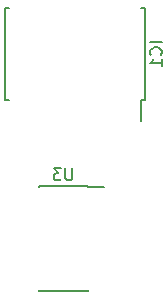
<source format=gbr>
G04 #@! TF.GenerationSoftware,KiCad,Pcbnew,5.0.0-fee4fd1~66~ubuntu16.04.1*
G04 #@! TF.CreationDate,2018-09-27T13:50:44+02:00*
G04 #@! TF.ProjectId,LedDimmer_ESP8266,4C656444696D6D65725F455350383236,rev?*
G04 #@! TF.SameCoordinates,Original*
G04 #@! TF.FileFunction,Legend,Bot*
G04 #@! TF.FilePolarity,Positive*
%FSLAX46Y46*%
G04 Gerber Fmt 4.6, Leading zero omitted, Abs format (unit mm)*
G04 Created by KiCad (PCBNEW 5.0.0-fee4fd1~66~ubuntu16.04.1) date Thu Sep 27 13:50:44 2018*
%MOMM*%
%LPD*%
G01*
G04 APERTURE LIST*
%ADD10C,0.150000*%
G04 APERTURE END LIST*
D10*
G04 #@! TO.C,IC1*
X175749000Y-89092000D02*
X175404000Y-89092000D01*
X175749000Y-81342000D02*
X175404000Y-81342000D01*
X163849000Y-81342000D02*
X164194000Y-81342000D01*
X163849000Y-89092000D02*
X164194000Y-89092000D01*
X175749000Y-89092000D02*
X175749000Y-81342000D01*
X163849000Y-89092000D02*
X163849000Y-81342000D01*
X175404000Y-89092000D02*
X175404000Y-90917000D01*
G04 #@! TO.C,U3*
X170858000Y-96388000D02*
X170858000Y-96503000D01*
X166708000Y-96388000D02*
X166708000Y-96503000D01*
X166708000Y-105288000D02*
X166708000Y-105173000D01*
X170858000Y-105288000D02*
X170858000Y-105173000D01*
X170858000Y-96388000D02*
X166708000Y-96388000D01*
X170858000Y-105288000D02*
X166708000Y-105288000D01*
X170858000Y-96503000D02*
X172233000Y-96503000D01*
G04 #@! TO.C,IC1*
X177126380Y-84240809D02*
X176126380Y-84240809D01*
X177031142Y-85288428D02*
X177078761Y-85240809D01*
X177126380Y-85097952D01*
X177126380Y-85002714D01*
X177078761Y-84859857D01*
X176983523Y-84764619D01*
X176888285Y-84717000D01*
X176697809Y-84669380D01*
X176554952Y-84669380D01*
X176364476Y-84717000D01*
X176269238Y-84764619D01*
X176174000Y-84859857D01*
X176126380Y-85002714D01*
X176126380Y-85097952D01*
X176174000Y-85240809D01*
X176221619Y-85288428D01*
X177126380Y-86240809D02*
X177126380Y-85669380D01*
X177126380Y-85955095D02*
X176126380Y-85955095D01*
X176269238Y-85859857D01*
X176364476Y-85764619D01*
X176412095Y-85669380D01*
G04 #@! TO.C,U3*
X169544904Y-94915380D02*
X169544904Y-95724904D01*
X169497285Y-95820142D01*
X169449666Y-95867761D01*
X169354428Y-95915380D01*
X169163952Y-95915380D01*
X169068714Y-95867761D01*
X169021095Y-95820142D01*
X168973476Y-95724904D01*
X168973476Y-94915380D01*
X168592523Y-94915380D02*
X167973476Y-94915380D01*
X168306809Y-95296333D01*
X168163952Y-95296333D01*
X168068714Y-95343952D01*
X168021095Y-95391571D01*
X167973476Y-95486809D01*
X167973476Y-95724904D01*
X168021095Y-95820142D01*
X168068714Y-95867761D01*
X168163952Y-95915380D01*
X168449666Y-95915380D01*
X168544904Y-95867761D01*
X168592523Y-95820142D01*
G04 #@! TD*
M02*

</source>
